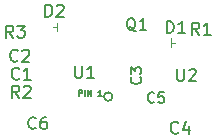
<source format=gbr>
G04 #@! TF.FileFunction,Drawing*
%FSLAX46Y46*%
G04 Gerber Fmt 4.6, Leading zero omitted, Abs format (unit mm)*
G04 Created by KiCad (PCBNEW 4.0.0-rc2-stable) date 12/28/2015 10:24:42 PM*
%MOMM*%
G01*
G04 APERTURE LIST*
%ADD10C,0.100000*%
%ADD11C,0.101600*%
%ADD12C,0.203200*%
%ADD13C,0.127000*%
G04 APERTURE END LIST*
D10*
D11*
X117729000Y-120396000D02*
X118059200Y-120396000D01*
X117729000Y-120015000D02*
X117729000Y-120751600D01*
X107797600Y-119100600D02*
X107721400Y-119100600D01*
X108026200Y-119100600D02*
X107797600Y-119100600D01*
X108026200Y-118719600D02*
X108026200Y-119456200D01*
D12*
X116310834Y-125412500D02*
X116268500Y-125454833D01*
X116141500Y-125497167D01*
X116056834Y-125497167D01*
X115929834Y-125454833D01*
X115845167Y-125370167D01*
X115802834Y-125285500D01*
X115760500Y-125116167D01*
X115760500Y-124989167D01*
X115802834Y-124819833D01*
X115845167Y-124735167D01*
X115929834Y-124650500D01*
X116056834Y-124608167D01*
X116141500Y-124608167D01*
X116268500Y-124650500D01*
X116310834Y-124692833D01*
X117115167Y-124608167D02*
X116691834Y-124608167D01*
X116649500Y-125031500D01*
X116691834Y-124989167D01*
X116776500Y-124946833D01*
X116988167Y-124946833D01*
X117072834Y-124989167D01*
X117115167Y-125031500D01*
X117157500Y-125116167D01*
X117157500Y-125327833D01*
X117115167Y-125412500D01*
X117072834Y-125454833D01*
X116988167Y-125497167D01*
X116776500Y-125497167D01*
X116691834Y-125454833D01*
X116649500Y-125412500D01*
X118321667Y-127997857D02*
X118273286Y-128046238D01*
X118128143Y-128094619D01*
X118031381Y-128094619D01*
X117886239Y-128046238D01*
X117789477Y-127949476D01*
X117741096Y-127852714D01*
X117692715Y-127659190D01*
X117692715Y-127514048D01*
X117741096Y-127320524D01*
X117789477Y-127223762D01*
X117886239Y-127127000D01*
X118031381Y-127078619D01*
X118128143Y-127078619D01*
X118273286Y-127127000D01*
X118321667Y-127175381D01*
X119192524Y-127417286D02*
X119192524Y-128094619D01*
X118950620Y-127030238D02*
X118708715Y-127755952D01*
X119337667Y-127755952D01*
X118224905Y-122633619D02*
X118224905Y-123456095D01*
X118273286Y-123552857D01*
X118321667Y-123601238D01*
X118418429Y-123649619D01*
X118611952Y-123649619D01*
X118708714Y-123601238D01*
X118757095Y-123552857D01*
X118805476Y-123456095D01*
X118805476Y-122633619D01*
X119240905Y-122730381D02*
X119289286Y-122682000D01*
X119386048Y-122633619D01*
X119627952Y-122633619D01*
X119724714Y-122682000D01*
X119773095Y-122730381D01*
X119821476Y-122827143D01*
X119821476Y-122923905D01*
X119773095Y-123069048D01*
X119192524Y-123649619D01*
X119821476Y-123649619D01*
X120099667Y-119712619D02*
X119761001Y-119228810D01*
X119519096Y-119712619D02*
X119519096Y-118696619D01*
X119906143Y-118696619D01*
X120002905Y-118745000D01*
X120051286Y-118793381D01*
X120099667Y-118890143D01*
X120099667Y-119035286D01*
X120051286Y-119132048D01*
X120002905Y-119180429D01*
X119906143Y-119228810D01*
X119519096Y-119228810D01*
X121067286Y-119712619D02*
X120486715Y-119712619D01*
X120777001Y-119712619D02*
X120777001Y-118696619D01*
X120680239Y-118841762D01*
X120583477Y-118938524D01*
X120486715Y-118986905D01*
X117360096Y-119585619D02*
X117360096Y-118569619D01*
X117602001Y-118569619D01*
X117747143Y-118618000D01*
X117843905Y-118714762D01*
X117892286Y-118811524D01*
X117940667Y-119005048D01*
X117940667Y-119150190D01*
X117892286Y-119343714D01*
X117843905Y-119440476D01*
X117747143Y-119537238D01*
X117602001Y-119585619D01*
X117360096Y-119585619D01*
X118908286Y-119585619D02*
X118327715Y-119585619D01*
X118618001Y-119585619D02*
X118618001Y-118569619D01*
X118521239Y-118714762D01*
X118424477Y-118811524D01*
X118327715Y-118859905D01*
X114711238Y-119428381D02*
X114614476Y-119380000D01*
X114517714Y-119283238D01*
X114372571Y-119138095D01*
X114275810Y-119089714D01*
X114179048Y-119089714D01*
X114227429Y-119331619D02*
X114130667Y-119283238D01*
X114033905Y-119186476D01*
X113985524Y-118992952D01*
X113985524Y-118654286D01*
X114033905Y-118460762D01*
X114130667Y-118364000D01*
X114227429Y-118315619D01*
X114420952Y-118315619D01*
X114517714Y-118364000D01*
X114614476Y-118460762D01*
X114662857Y-118654286D01*
X114662857Y-118992952D01*
X114614476Y-119186476D01*
X114517714Y-119283238D01*
X114420952Y-119331619D01*
X114227429Y-119331619D01*
X115630476Y-119331619D02*
X115049905Y-119331619D01*
X115340191Y-119331619D02*
X115340191Y-118315619D01*
X115243429Y-118460762D01*
X115146667Y-118557524D01*
X115049905Y-118605905D01*
X115125500Y-123338166D02*
X115167833Y-123380500D01*
X115210167Y-123507500D01*
X115210167Y-123592166D01*
X115167833Y-123719166D01*
X115083167Y-123803833D01*
X114998500Y-123846166D01*
X114829167Y-123888500D01*
X114702167Y-123888500D01*
X114532833Y-123846166D01*
X114448167Y-123803833D01*
X114363500Y-123719166D01*
X114321167Y-123592166D01*
X114321167Y-123507500D01*
X114363500Y-123380500D01*
X114405833Y-123338166D01*
X114321167Y-123041833D02*
X114321167Y-122491500D01*
X114659833Y-122787833D01*
X114659833Y-122660833D01*
X114702167Y-122576166D01*
X114744500Y-122533833D01*
X114829167Y-122491500D01*
X115040833Y-122491500D01*
X115125500Y-122533833D01*
X115167833Y-122576166D01*
X115210167Y-122660833D01*
X115210167Y-122914833D01*
X115167833Y-122999500D01*
X115125500Y-123041833D01*
D13*
X109915476Y-124943810D02*
X109915476Y-124435810D01*
X110109000Y-124435810D01*
X110157381Y-124460000D01*
X110181572Y-124484190D01*
X110205762Y-124532571D01*
X110205762Y-124605143D01*
X110181572Y-124653524D01*
X110157381Y-124677714D01*
X110109000Y-124701905D01*
X109915476Y-124701905D01*
X110423476Y-124943810D02*
X110423476Y-124435810D01*
X110665381Y-124943810D02*
X110665381Y-124435810D01*
X110955667Y-124943810D01*
X110955667Y-124435810D01*
X111850715Y-124943810D02*
X111560429Y-124943810D01*
X111705572Y-124943810D02*
X111705572Y-124435810D01*
X111657191Y-124508381D01*
X111608810Y-124556762D01*
X111560429Y-124580952D01*
X112754210Y-124968000D02*
G75*
G03X112754210Y-124968000I-359210J0D01*
G01*
D12*
X109588905Y-122379619D02*
X109588905Y-123202095D01*
X109637286Y-123298857D01*
X109685667Y-123347238D01*
X109782429Y-123395619D01*
X109975952Y-123395619D01*
X110072714Y-123347238D01*
X110121095Y-123298857D01*
X110169476Y-123202095D01*
X110169476Y-122379619D01*
X111185476Y-123395619D02*
X110604905Y-123395619D01*
X110895191Y-123395619D02*
X110895191Y-122379619D01*
X110798429Y-122524762D01*
X110701667Y-122621524D01*
X110604905Y-122669905D01*
X106256667Y-127616857D02*
X106208286Y-127665238D01*
X106063143Y-127713619D01*
X105966381Y-127713619D01*
X105821239Y-127665238D01*
X105724477Y-127568476D01*
X105676096Y-127471714D01*
X105627715Y-127278190D01*
X105627715Y-127133048D01*
X105676096Y-126939524D01*
X105724477Y-126842762D01*
X105821239Y-126746000D01*
X105966381Y-126697619D01*
X106063143Y-126697619D01*
X106208286Y-126746000D01*
X106256667Y-126794381D01*
X107127524Y-126697619D02*
X106934001Y-126697619D01*
X106837239Y-126746000D01*
X106788858Y-126794381D01*
X106692096Y-126939524D01*
X106643715Y-127133048D01*
X106643715Y-127520095D01*
X106692096Y-127616857D01*
X106740477Y-127665238D01*
X106837239Y-127713619D01*
X107030762Y-127713619D01*
X107127524Y-127665238D01*
X107175905Y-127616857D01*
X107224286Y-127520095D01*
X107224286Y-127278190D01*
X107175905Y-127181429D01*
X107127524Y-127133048D01*
X107030762Y-127084667D01*
X106837239Y-127084667D01*
X106740477Y-127133048D01*
X106692096Y-127181429D01*
X106643715Y-127278190D01*
X104859667Y-125046619D02*
X104521001Y-124562810D01*
X104279096Y-125046619D02*
X104279096Y-124030619D01*
X104666143Y-124030619D01*
X104762905Y-124079000D01*
X104811286Y-124127381D01*
X104859667Y-124224143D01*
X104859667Y-124369286D01*
X104811286Y-124466048D01*
X104762905Y-124514429D01*
X104666143Y-124562810D01*
X104279096Y-124562810D01*
X105246715Y-124127381D02*
X105295096Y-124079000D01*
X105391858Y-124030619D01*
X105633762Y-124030619D01*
X105730524Y-124079000D01*
X105778905Y-124127381D01*
X105827286Y-124224143D01*
X105827286Y-124320905D01*
X105778905Y-124466048D01*
X105198334Y-125046619D01*
X105827286Y-125046619D01*
X104859667Y-123425857D02*
X104811286Y-123474238D01*
X104666143Y-123522619D01*
X104569381Y-123522619D01*
X104424239Y-123474238D01*
X104327477Y-123377476D01*
X104279096Y-123280714D01*
X104230715Y-123087190D01*
X104230715Y-122942048D01*
X104279096Y-122748524D01*
X104327477Y-122651762D01*
X104424239Y-122555000D01*
X104569381Y-122506619D01*
X104666143Y-122506619D01*
X104811286Y-122555000D01*
X104859667Y-122603381D01*
X105827286Y-123522619D02*
X105246715Y-123522619D01*
X105537001Y-123522619D02*
X105537001Y-122506619D01*
X105440239Y-122651762D01*
X105343477Y-122748524D01*
X105246715Y-122796905D01*
X104732667Y-121901857D02*
X104684286Y-121950238D01*
X104539143Y-121998619D01*
X104442381Y-121998619D01*
X104297239Y-121950238D01*
X104200477Y-121853476D01*
X104152096Y-121756714D01*
X104103715Y-121563190D01*
X104103715Y-121418048D01*
X104152096Y-121224524D01*
X104200477Y-121127762D01*
X104297239Y-121031000D01*
X104442381Y-120982619D01*
X104539143Y-120982619D01*
X104684286Y-121031000D01*
X104732667Y-121079381D01*
X105119715Y-121079381D02*
X105168096Y-121031000D01*
X105264858Y-120982619D01*
X105506762Y-120982619D01*
X105603524Y-121031000D01*
X105651905Y-121079381D01*
X105700286Y-121176143D01*
X105700286Y-121272905D01*
X105651905Y-121418048D01*
X105071334Y-121998619D01*
X105700286Y-121998619D01*
X107073096Y-118188619D02*
X107073096Y-117172619D01*
X107315001Y-117172619D01*
X107460143Y-117221000D01*
X107556905Y-117317762D01*
X107605286Y-117414524D01*
X107653667Y-117608048D01*
X107653667Y-117753190D01*
X107605286Y-117946714D01*
X107556905Y-118043476D01*
X107460143Y-118140238D01*
X107315001Y-118188619D01*
X107073096Y-118188619D01*
X108040715Y-117269381D02*
X108089096Y-117221000D01*
X108185858Y-117172619D01*
X108427762Y-117172619D01*
X108524524Y-117221000D01*
X108572905Y-117269381D01*
X108621286Y-117366143D01*
X108621286Y-117462905D01*
X108572905Y-117608048D01*
X107992334Y-118188619D01*
X108621286Y-118188619D01*
X104351667Y-119966619D02*
X104013001Y-119482810D01*
X103771096Y-119966619D02*
X103771096Y-118950619D01*
X104158143Y-118950619D01*
X104254905Y-118999000D01*
X104303286Y-119047381D01*
X104351667Y-119144143D01*
X104351667Y-119289286D01*
X104303286Y-119386048D01*
X104254905Y-119434429D01*
X104158143Y-119482810D01*
X103771096Y-119482810D01*
X104690334Y-118950619D02*
X105319286Y-118950619D01*
X104980620Y-119337667D01*
X105125762Y-119337667D01*
X105222524Y-119386048D01*
X105270905Y-119434429D01*
X105319286Y-119531190D01*
X105319286Y-119773095D01*
X105270905Y-119869857D01*
X105222524Y-119918238D01*
X105125762Y-119966619D01*
X104835477Y-119966619D01*
X104738715Y-119918238D01*
X104690334Y-119869857D01*
M02*

</source>
